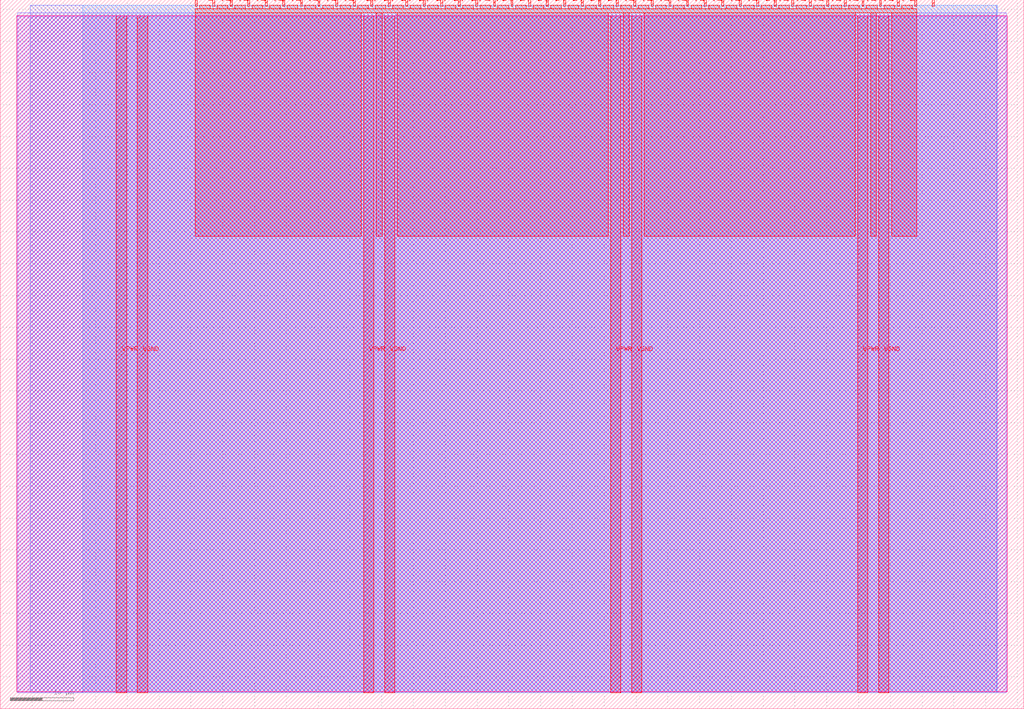
<source format=lef>
VERSION 5.7 ;
  NOWIREEXTENSIONATPIN ON ;
  DIVIDERCHAR "/" ;
  BUSBITCHARS "[]" ;
MACRO tt_um_drum_goekce
  CLASS BLOCK ;
  FOREIGN tt_um_drum_goekce ;
  ORIGIN 0.000 0.000 ;
  SIZE 161.000 BY 111.520 ;
  PIN VGND
    DIRECTION INOUT ;
    USE GROUND ;
    PORT
      LAYER met4 ;
        RECT 21.580 2.480 23.180 109.040 ;
    END
    PORT
      LAYER met4 ;
        RECT 60.450 2.480 62.050 109.040 ;
    END
    PORT
      LAYER met4 ;
        RECT 99.320 2.480 100.920 109.040 ;
    END
    PORT
      LAYER met4 ;
        RECT 138.190 2.480 139.790 109.040 ;
    END
  END VGND
  PIN VPWR
    DIRECTION INOUT ;
    USE POWER ;
    PORT
      LAYER met4 ;
        RECT 18.280 2.480 19.880 109.040 ;
    END
    PORT
      LAYER met4 ;
        RECT 57.150 2.480 58.750 109.040 ;
    END
    PORT
      LAYER met4 ;
        RECT 96.020 2.480 97.620 109.040 ;
    END
    PORT
      LAYER met4 ;
        RECT 134.890 2.480 136.490 109.040 ;
    END
  END VPWR
  PIN clk
    DIRECTION INPUT ;
    USE SIGNAL ;
    ANTENNAGATEAREA 0.852000 ;
    PORT
      LAYER met4 ;
        RECT 143.830 110.520 144.130 111.520 ;
    END
  END clk
  PIN ena
    DIRECTION INPUT ;
    USE SIGNAL ;
    PORT
      LAYER met4 ;
        RECT 146.590 110.520 146.890 111.520 ;
    END
  END ena
  PIN rst_n
    DIRECTION INPUT ;
    USE SIGNAL ;
    ANTENNAGATEAREA 0.196500 ;
    PORT
      LAYER met4 ;
        RECT 141.070 110.520 141.370 111.520 ;
    END
  END rst_n
  PIN ui_in[0]
    DIRECTION INPUT ;
    USE SIGNAL ;
    ANTENNAGATEAREA 0.196500 ;
    PORT
      LAYER met4 ;
        RECT 138.310 110.520 138.610 111.520 ;
    END
  END ui_in[0]
  PIN ui_in[1]
    DIRECTION INPUT ;
    USE SIGNAL ;
    ANTENNAGATEAREA 0.196500 ;
    PORT
      LAYER met4 ;
        RECT 135.550 110.520 135.850 111.520 ;
    END
  END ui_in[1]
  PIN ui_in[2]
    DIRECTION INPUT ;
    USE SIGNAL ;
    ANTENNAGATEAREA 0.196500 ;
    PORT
      LAYER met4 ;
        RECT 132.790 110.520 133.090 111.520 ;
    END
  END ui_in[2]
  PIN ui_in[3]
    DIRECTION INPUT ;
    USE SIGNAL ;
    ANTENNAGATEAREA 0.196500 ;
    PORT
      LAYER met4 ;
        RECT 130.030 110.520 130.330 111.520 ;
    END
  END ui_in[3]
  PIN ui_in[4]
    DIRECTION INPUT ;
    USE SIGNAL ;
    PORT
      LAYER met4 ;
        RECT 127.270 110.520 127.570 111.520 ;
    END
  END ui_in[4]
  PIN ui_in[5]
    DIRECTION INPUT ;
    USE SIGNAL ;
    ANTENNAGATEAREA 0.196500 ;
    PORT
      LAYER met4 ;
        RECT 124.510 110.520 124.810 111.520 ;
    END
  END ui_in[5]
  PIN ui_in[6]
    DIRECTION INPUT ;
    USE SIGNAL ;
    ANTENNAGATEAREA 1.272000 ;
    PORT
      LAYER met4 ;
        RECT 121.750 110.520 122.050 111.520 ;
    END
  END ui_in[6]
  PIN ui_in[7]
    DIRECTION INPUT ;
    USE SIGNAL ;
    ANTENNAGATEAREA 0.196500 ;
    PORT
      LAYER met4 ;
        RECT 118.990 110.520 119.290 111.520 ;
    END
  END ui_in[7]
  PIN uio_in[0]
    DIRECTION INPUT ;
    USE SIGNAL ;
    ANTENNAGATEAREA 0.196500 ;
    PORT
      LAYER met4 ;
        RECT 116.230 110.520 116.530 111.520 ;
    END
  END uio_in[0]
  PIN uio_in[1]
    DIRECTION INPUT ;
    USE SIGNAL ;
    ANTENNAGATEAREA 0.196500 ;
    PORT
      LAYER met4 ;
        RECT 113.470 110.520 113.770 111.520 ;
    END
  END uio_in[1]
  PIN uio_in[2]
    DIRECTION INPUT ;
    USE SIGNAL ;
    ANTENNAGATEAREA 0.196500 ;
    PORT
      LAYER met4 ;
        RECT 110.710 110.520 111.010 111.520 ;
    END
  END uio_in[2]
  PIN uio_in[3]
    DIRECTION INPUT ;
    USE SIGNAL ;
    ANTENNAGATEAREA 0.196500 ;
    PORT
      LAYER met4 ;
        RECT 107.950 110.520 108.250 111.520 ;
    END
  END uio_in[3]
  PIN uio_in[4]
    DIRECTION INPUT ;
    USE SIGNAL ;
    ANTENNAGATEAREA 0.196500 ;
    PORT
      LAYER met4 ;
        RECT 105.190 110.520 105.490 111.520 ;
    END
  END uio_in[4]
  PIN uio_in[5]
    DIRECTION INPUT ;
    USE SIGNAL ;
    ANTENNAGATEAREA 0.196500 ;
    PORT
      LAYER met4 ;
        RECT 102.430 110.520 102.730 111.520 ;
    END
  END uio_in[5]
  PIN uio_in[6]
    DIRECTION INPUT ;
    USE SIGNAL ;
    ANTENNAGATEAREA 0.196500 ;
    PORT
      LAYER met4 ;
        RECT 99.670 110.520 99.970 111.520 ;
    END
  END uio_in[6]
  PIN uio_in[7]
    DIRECTION INPUT ;
    USE SIGNAL ;
    ANTENNAGATEAREA 0.196500 ;
    PORT
      LAYER met4 ;
        RECT 96.910 110.520 97.210 111.520 ;
    END
  END uio_in[7]
  PIN uio_oe[0]
    DIRECTION OUTPUT ;
    USE SIGNAL ;
    ANTENNADIFFAREA 0.445500 ;
    PORT
      LAYER met4 ;
        RECT 49.990 110.520 50.290 111.520 ;
    END
  END uio_oe[0]
  PIN uio_oe[1]
    DIRECTION OUTPUT ;
    USE SIGNAL ;
    ANTENNADIFFAREA 0.445500 ;
    PORT
      LAYER met4 ;
        RECT 47.230 110.520 47.530 111.520 ;
    END
  END uio_oe[1]
  PIN uio_oe[2]
    DIRECTION OUTPUT ;
    USE SIGNAL ;
    ANTENNADIFFAREA 0.445500 ;
    PORT
      LAYER met4 ;
        RECT 44.470 110.520 44.770 111.520 ;
    END
  END uio_oe[2]
  PIN uio_oe[3]
    DIRECTION OUTPUT ;
    USE SIGNAL ;
    ANTENNADIFFAREA 0.445500 ;
    PORT
      LAYER met4 ;
        RECT 41.710 110.520 42.010 111.520 ;
    END
  END uio_oe[3]
  PIN uio_oe[4]
    DIRECTION OUTPUT ;
    USE SIGNAL ;
    ANTENNADIFFAREA 0.445500 ;
    PORT
      LAYER met4 ;
        RECT 38.950 110.520 39.250 111.520 ;
    END
  END uio_oe[4]
  PIN uio_oe[5]
    DIRECTION OUTPUT ;
    USE SIGNAL ;
    ANTENNADIFFAREA 0.445500 ;
    PORT
      LAYER met4 ;
        RECT 36.190 110.520 36.490 111.520 ;
    END
  END uio_oe[5]
  PIN uio_oe[6]
    DIRECTION OUTPUT ;
    USE SIGNAL ;
    ANTENNADIFFAREA 0.445500 ;
    PORT
      LAYER met4 ;
        RECT 33.430 110.520 33.730 111.520 ;
    END
  END uio_oe[6]
  PIN uio_oe[7]
    DIRECTION OUTPUT ;
    USE SIGNAL ;
    ANTENNADIFFAREA 0.445500 ;
    PORT
      LAYER met4 ;
        RECT 30.670 110.520 30.970 111.520 ;
    END
  END uio_oe[7]
  PIN uio_out[0]
    DIRECTION OUTPUT ;
    USE SIGNAL ;
    ANTENNAGATEAREA 0.990000 ;
    ANTENNADIFFAREA 1.721000 ;
    PORT
      LAYER met4 ;
        RECT 72.070 110.520 72.370 111.520 ;
    END
  END uio_out[0]
  PIN uio_out[1]
    DIRECTION OUTPUT ;
    USE SIGNAL ;
    ANTENNAGATEAREA 0.990000 ;
    ANTENNADIFFAREA 1.524450 ;
    PORT
      LAYER met4 ;
        RECT 69.310 110.520 69.610 111.520 ;
    END
  END uio_out[1]
  PIN uio_out[2]
    DIRECTION OUTPUT ;
    USE SIGNAL ;
    ANTENNAGATEAREA 0.990000 ;
    ANTENNADIFFAREA 1.721000 ;
    PORT
      LAYER met4 ;
        RECT 66.550 110.520 66.850 111.520 ;
    END
  END uio_out[2]
  PIN uio_out[3]
    DIRECTION OUTPUT ;
    USE SIGNAL ;
    ANTENNAGATEAREA 0.990000 ;
    ANTENNADIFFAREA 1.721000 ;
    PORT
      LAYER met4 ;
        RECT 63.790 110.520 64.090 111.520 ;
    END
  END uio_out[3]
  PIN uio_out[4]
    DIRECTION OUTPUT ;
    USE SIGNAL ;
    ANTENNAGATEAREA 0.990000 ;
    ANTENNADIFFAREA 1.721000 ;
    PORT
      LAYER met4 ;
        RECT 61.030 110.520 61.330 111.520 ;
    END
  END uio_out[4]
  PIN uio_out[5]
    DIRECTION OUTPUT ;
    USE SIGNAL ;
    ANTENNAGATEAREA 0.990000 ;
    ANTENNADIFFAREA 1.721000 ;
    PORT
      LAYER met4 ;
        RECT 58.270 110.520 58.570 111.520 ;
    END
  END uio_out[5]
  PIN uio_out[6]
    DIRECTION OUTPUT ;
    USE SIGNAL ;
    ANTENNAGATEAREA 0.990000 ;
    ANTENNADIFFAREA 1.721000 ;
    PORT
      LAYER met4 ;
        RECT 55.510 110.520 55.810 111.520 ;
    END
  END uio_out[6]
  PIN uio_out[7]
    DIRECTION OUTPUT ;
    USE SIGNAL ;
    ANTENNAGATEAREA 0.990000 ;
    ANTENNADIFFAREA 1.524450 ;
    PORT
      LAYER met4 ;
        RECT 52.750 110.520 53.050 111.520 ;
    END
  END uio_out[7]
  PIN uo_out[0]
    DIRECTION OUTPUT ;
    USE SIGNAL ;
    ANTENNADIFFAREA 0.445500 ;
    PORT
      LAYER met4 ;
        RECT 94.150 110.520 94.450 111.520 ;
    END
  END uo_out[0]
  PIN uo_out[1]
    DIRECTION OUTPUT ;
    USE SIGNAL ;
    ANTENNADIFFAREA 0.445500 ;
    PORT
      LAYER met4 ;
        RECT 91.390 110.520 91.690 111.520 ;
    END
  END uo_out[1]
  PIN uo_out[2]
    DIRECTION OUTPUT ;
    USE SIGNAL ;
    ANTENNADIFFAREA 0.445500 ;
    PORT
      LAYER met4 ;
        RECT 88.630 110.520 88.930 111.520 ;
    END
  END uo_out[2]
  PIN uo_out[3]
    DIRECTION OUTPUT ;
    USE SIGNAL ;
    ANTENNADIFFAREA 0.445500 ;
    PORT
      LAYER met4 ;
        RECT 85.870 110.520 86.170 111.520 ;
    END
  END uo_out[3]
  PIN uo_out[4]
    DIRECTION OUTPUT ;
    USE SIGNAL ;
    ANTENNADIFFAREA 0.445500 ;
    PORT
      LAYER met4 ;
        RECT 83.110 110.520 83.410 111.520 ;
    END
  END uo_out[4]
  PIN uo_out[5]
    DIRECTION OUTPUT ;
    USE SIGNAL ;
    ANTENNADIFFAREA 0.445500 ;
    PORT
      LAYER met4 ;
        RECT 80.350 110.520 80.650 111.520 ;
    END
  END uo_out[5]
  PIN uo_out[6]
    DIRECTION OUTPUT ;
    USE SIGNAL ;
    ANTENNADIFFAREA 0.445500 ;
    PORT
      LAYER met4 ;
        RECT 77.590 110.520 77.890 111.520 ;
    END
  END uo_out[6]
  PIN uo_out[7]
    DIRECTION OUTPUT ;
    USE SIGNAL ;
    ANTENNADIFFAREA 0.445500 ;
    PORT
      LAYER met4 ;
        RECT 74.830 110.520 75.130 111.520 ;
    END
  END uo_out[7]
  OBS
      LAYER nwell ;
        RECT 2.570 2.635 158.430 108.990 ;
      LAYER li1 ;
        RECT 2.760 2.635 158.240 108.885 ;
      LAYER met1 ;
        RECT 2.760 2.480 158.240 109.440 ;
      LAYER met2 ;
        RECT 4.700 2.535 156.770 110.685 ;
      LAYER met3 ;
        RECT 12.945 2.555 156.795 110.665 ;
      LAYER met4 ;
        RECT 31.370 110.120 33.030 110.665 ;
        RECT 34.130 110.120 35.790 110.665 ;
        RECT 36.890 110.120 38.550 110.665 ;
        RECT 39.650 110.120 41.310 110.665 ;
        RECT 42.410 110.120 44.070 110.665 ;
        RECT 45.170 110.120 46.830 110.665 ;
        RECT 47.930 110.120 49.590 110.665 ;
        RECT 50.690 110.120 52.350 110.665 ;
        RECT 53.450 110.120 55.110 110.665 ;
        RECT 56.210 110.120 57.870 110.665 ;
        RECT 58.970 110.120 60.630 110.665 ;
        RECT 61.730 110.120 63.390 110.665 ;
        RECT 64.490 110.120 66.150 110.665 ;
        RECT 67.250 110.120 68.910 110.665 ;
        RECT 70.010 110.120 71.670 110.665 ;
        RECT 72.770 110.120 74.430 110.665 ;
        RECT 75.530 110.120 77.190 110.665 ;
        RECT 78.290 110.120 79.950 110.665 ;
        RECT 81.050 110.120 82.710 110.665 ;
        RECT 83.810 110.120 85.470 110.665 ;
        RECT 86.570 110.120 88.230 110.665 ;
        RECT 89.330 110.120 90.990 110.665 ;
        RECT 92.090 110.120 93.750 110.665 ;
        RECT 94.850 110.120 96.510 110.665 ;
        RECT 97.610 110.120 99.270 110.665 ;
        RECT 100.370 110.120 102.030 110.665 ;
        RECT 103.130 110.120 104.790 110.665 ;
        RECT 105.890 110.120 107.550 110.665 ;
        RECT 108.650 110.120 110.310 110.665 ;
        RECT 111.410 110.120 113.070 110.665 ;
        RECT 114.170 110.120 115.830 110.665 ;
        RECT 116.930 110.120 118.590 110.665 ;
        RECT 119.690 110.120 121.350 110.665 ;
        RECT 122.450 110.120 124.110 110.665 ;
        RECT 125.210 110.120 126.870 110.665 ;
        RECT 127.970 110.120 129.630 110.665 ;
        RECT 130.730 110.120 132.390 110.665 ;
        RECT 133.490 110.120 135.150 110.665 ;
        RECT 136.250 110.120 137.910 110.665 ;
        RECT 139.010 110.120 140.670 110.665 ;
        RECT 141.770 110.120 143.430 110.665 ;
        RECT 30.655 109.440 144.145 110.120 ;
        RECT 30.655 74.295 56.750 109.440 ;
        RECT 59.150 74.295 60.050 109.440 ;
        RECT 62.450 74.295 95.620 109.440 ;
        RECT 98.020 74.295 98.920 109.440 ;
        RECT 101.320 74.295 134.490 109.440 ;
        RECT 136.890 74.295 137.790 109.440 ;
        RECT 140.190 74.295 144.145 109.440 ;
  END
END tt_um_drum_goekce
END LIBRARY


</source>
